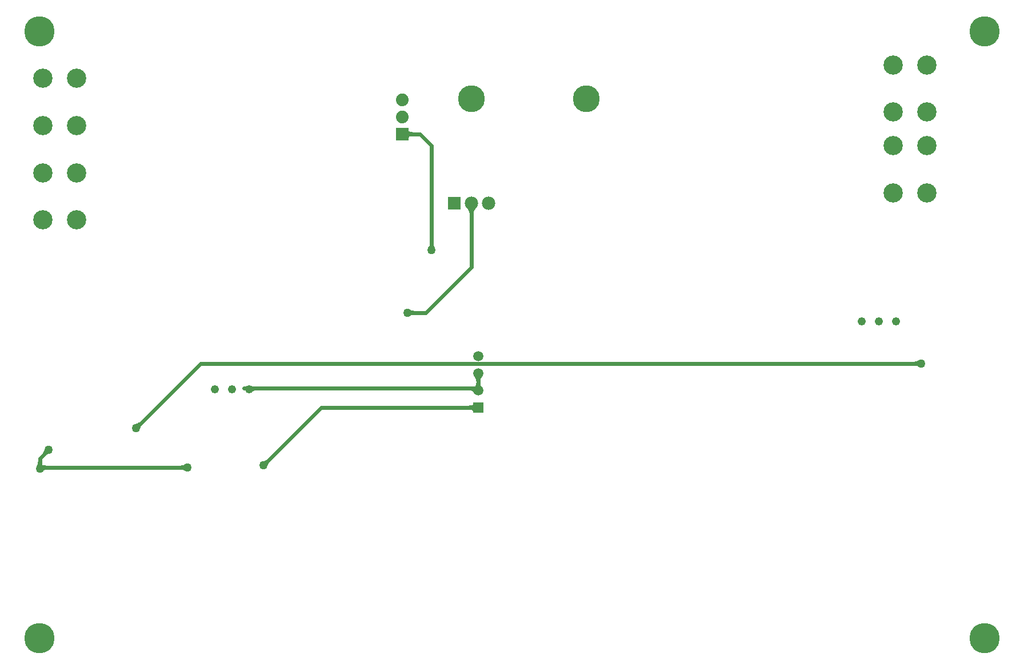
<source format=gbl>
G04 Layer_Physical_Order=2*
G04 Layer_Color=16711680*
%FSAX23Y23*%
%MOIN*%
G70*
G01*
G75*
%ADD23C,0.024*%
%ADD38C,0.048*%
%ADD39C,0.059*%
%ADD40R,0.059X0.059*%
%ADD41C,0.078*%
%ADD42R,0.078X0.078*%
%ADD43C,0.177*%
%ADD44R,0.074X0.074*%
%ADD45C,0.074*%
%ADD46C,0.157*%
%ADD47C,0.112*%
%ADD48C,0.050*%
G36*
X01804Y02446D02*
X01803Y02444D01*
X01799Y02440D01*
X01798Y02439D01*
X01797Y02437D01*
X01796Y02435D01*
X01796Y02433D01*
X01795Y02432D01*
X01795Y02430D01*
X01795Y02428D01*
X01770Y02453D01*
X01772Y02453D01*
X01773Y02454D01*
X01775Y02454D01*
X01777Y02455D01*
X01778Y02456D01*
X01780Y02457D01*
X01782Y02458D01*
X01784Y02459D01*
X01786Y02461D01*
X01788Y02463D01*
X01804Y02446D01*
D02*
G37*
G36*
X03737Y02523D02*
X03736Y02525D01*
X03736Y02527D01*
X03734Y02529D01*
X03733Y02531D01*
X03731Y02532D01*
X03728Y02533D01*
X03725Y02534D01*
X03721Y02534D01*
X03717Y02535D01*
X03713Y02535D01*
Y02559D01*
X03717Y02559D01*
X03721Y02559D01*
X03725Y02560D01*
X03728Y02560D01*
X03731Y02561D01*
X03733Y02563D01*
X03734Y02564D01*
X03736Y02566D01*
X03736Y02568D01*
X03737Y02570D01*
Y02523D01*
D02*
G37*
G36*
X03778Y02689D02*
X03778Y02686D01*
X03779Y02683D01*
X03779Y02681D01*
X03780Y02678D01*
X03781Y02676D01*
X03782Y02674D01*
X03783Y02672D01*
X03785Y02670D01*
X03787Y02668D01*
X03752D01*
X03738Y02636D01*
X03737Y02638D01*
X03736Y02640D01*
X03735Y02642D01*
X03733Y02643D01*
X03731Y02644D01*
X03729Y02645D01*
X03727Y02646D01*
X03724Y02646D01*
X03722Y02647D01*
X03719Y02647D01*
X03730Y02670D01*
X03733Y02670D01*
X03742Y02671D01*
X03744Y02671D01*
X03749Y02672D01*
X03749Y02672D01*
X03750Y02674D01*
X03751Y02676D01*
X03752Y02678D01*
X03753Y02681D01*
X03753Y02683D01*
X03754Y02686D01*
X03754Y02689D01*
X03754Y02692D01*
X03778D01*
X03778Y02689D01*
D02*
G37*
G36*
X01258Y02275D02*
X01256Y02275D01*
X01255Y02275D01*
X01253Y02274D01*
X01251Y02274D01*
X01249Y02273D01*
X01248Y02272D01*
X01246Y02271D01*
X01244Y02269D01*
X01242Y02268D01*
X01240Y02266D01*
X01223Y02282D01*
X01225Y02284D01*
X01228Y02288D01*
X01230Y02290D01*
X01231Y02292D01*
X01232Y02293D01*
X01232Y02295D01*
X01233Y02297D01*
X01233Y02298D01*
X01233Y02300D01*
X01258Y02275D01*
D02*
G37*
G36*
X01221Y02226D02*
X01221Y02222D01*
X01222Y02219D01*
X01222Y02217D01*
X01223Y02216D01*
X01223Y02214D01*
X01224Y02212D01*
X01225Y02212D01*
X01226Y02211D01*
X01227Y02211D01*
X01229Y02210D01*
X01231Y02210D01*
X01233Y02209D01*
X01237Y02209D01*
X01240Y02209D01*
X01242Y02209D01*
X01248Y02185D01*
X01245Y02185D01*
X01243Y02185D01*
X01240Y02185D01*
X01238Y02184D01*
X01236Y02183D01*
X01235Y02183D01*
X01233Y02182D01*
X01232Y02181D01*
X01231Y02180D01*
X01230Y02178D01*
X01223Y02210D01*
X01191D01*
X01192Y02211D01*
X01193Y02212D01*
X01194Y02214D01*
X01195Y02216D01*
X01196Y02217D01*
X01196Y02219D01*
X01196Y02222D01*
X01197Y02224D01*
X01197Y02226D01*
X01197Y02229D01*
X01221D01*
X01221Y02226D01*
D02*
G37*
G36*
X02052Y02179D02*
X02051Y02181D01*
X02050Y02181D01*
X02048Y02182D01*
X02046Y02183D01*
X02045Y02184D01*
X02043Y02184D01*
X02040Y02185D01*
X02038Y02185D01*
X02036Y02185D01*
X02033Y02185D01*
Y02209D01*
X02036Y02209D01*
X02040Y02209D01*
X02043Y02210D01*
X02045Y02210D01*
X02046Y02211D01*
X02048Y02212D01*
X02050Y02212D01*
X02051Y02213D01*
X02052Y02214D01*
Y02179D01*
D02*
G37*
G36*
X02548Y02228D02*
X02547Y02226D01*
X02544Y02222D01*
X02542Y02220D01*
X02541Y02218D01*
X02540Y02217D01*
X02540Y02215D01*
X02539Y02213D01*
X02539Y02212D01*
X02539Y02210D01*
X02514Y02235D01*
X02516Y02235D01*
X02517Y02235D01*
X02519Y02236D01*
X02521Y02236D01*
X02523Y02237D01*
X02524Y02238D01*
X02526Y02239D01*
X02528Y02241D01*
X02530Y02242D01*
X02532Y02244D01*
X02548Y02228D01*
D02*
G37*
G36*
X03506Y03500D02*
X03507Y03495D01*
X03507Y03493D01*
X03507Y03491D01*
X03508Y03489D01*
X03509Y03488D01*
X03510Y03486D01*
X03511Y03485D01*
X03512Y03483D01*
X03477D01*
X03478Y03485D01*
X03479Y03486D01*
X03480Y03488D01*
X03480Y03489D01*
X03481Y03491D01*
X03482Y03493D01*
X03482Y03495D01*
X03482Y03498D01*
X03482Y03500D01*
X03482Y03503D01*
X03506D01*
X03506Y03500D01*
D02*
G37*
G36*
X03751Y03710D02*
X03748Y03707D01*
X03746Y03704D01*
X03744Y03701D01*
X03742Y03698D01*
X03741Y03694D01*
X03740Y03691D01*
X03739Y03688D01*
X03739Y03684D01*
X03738Y03681D01*
X03715D01*
X03715Y03684D01*
X03714Y03688D01*
X03713Y03691D01*
X03712Y03694D01*
X03711Y03698D01*
X03709Y03701D01*
X03707Y03704D01*
X03705Y03707D01*
X03702Y03710D01*
X03699Y03713D01*
X03754D01*
X03751Y03710D01*
D02*
G37*
G36*
X03360Y04166D02*
X03361Y04164D01*
X03362Y04162D01*
X03363Y04161D01*
X03366Y04160D01*
X03368Y04158D01*
X03371Y04158D01*
X03375Y04157D01*
X03379Y04157D01*
X03383Y04157D01*
Y04133D01*
X03379Y04133D01*
X03375Y04132D01*
X03371Y04132D01*
X03368Y04131D01*
X03366Y04130D01*
X03363Y04129D01*
X03362Y04127D01*
X03361Y04125D01*
X03360Y04123D01*
X03360Y04121D01*
Y04168D01*
X03360Y04166D01*
D02*
G37*
G36*
X03372Y03118D02*
X03373Y03117D01*
X03374Y03116D01*
X03376Y03115D01*
X03378Y03115D01*
X03380Y03114D01*
X03382Y03114D01*
X03384Y03113D01*
X03387Y03113D01*
X03390Y03113D01*
Y03090D01*
X03387Y03090D01*
X03382Y03089D01*
X03380Y03089D01*
X03378Y03088D01*
X03376Y03088D01*
X03374Y03087D01*
X03373Y03086D01*
X03372Y03085D01*
X03370Y03084D01*
Y03119D01*
X03372Y03118D01*
D02*
G37*
G36*
X02446Y02673D02*
X02447Y02673D01*
X02449Y02672D01*
X02450Y02672D01*
X02452Y02671D01*
X02454Y02671D01*
X02458Y02670D01*
X02461Y02670D01*
X02463Y02670D01*
X02468Y02647D01*
X02465Y02647D01*
X02461Y02646D01*
X02459Y02646D01*
X02457Y02645D01*
X02455Y02645D01*
X02454Y02644D01*
X02453Y02643D01*
X02451Y02642D01*
X02450Y02641D01*
X02445Y02674D01*
X02446Y02673D01*
D02*
G37*
G36*
X03785Y02724D02*
X03783Y02722D01*
X03782Y02720D01*
X03781Y02718D01*
X03780Y02715D01*
X03779Y02713D01*
X03779Y02710D01*
X03778Y02708D01*
X03778Y02705D01*
X03778Y02702D01*
X03754D01*
X03754Y02705D01*
X03754Y02708D01*
X03753Y02710D01*
X03753Y02713D01*
X03752Y02715D01*
X03751Y02718D01*
X03750Y02720D01*
X03748Y02722D01*
X03747Y02724D01*
X03745Y02726D01*
X03787D01*
X03785Y02724D01*
D02*
G37*
G36*
X06331Y02787D02*
X06330Y02789D01*
X06328Y02790D01*
X06327Y02790D01*
X06325Y02791D01*
X06323Y02792D01*
X06321Y02792D01*
X06319Y02793D01*
X06317Y02793D01*
X06314Y02793D01*
X06312Y02793D01*
Y02817D01*
X06314Y02817D01*
X06319Y02817D01*
X06321Y02818D01*
X06323Y02818D01*
X06325Y02819D01*
X06327Y02820D01*
X06328Y02820D01*
X06330Y02821D01*
X06331Y02822D01*
Y02787D01*
D02*
G37*
G54D23*
X02399Y02659D02*
X03754D01*
X02147Y02805D02*
X06349D01*
X01770Y02428D02*
X02147Y02805D01*
X03754Y02659D02*
X03766Y02647D01*
X02851Y02547D02*
X03766D01*
X02514Y02210D02*
X02851Y02547D01*
X03727Y03367D02*
Y03741D01*
X03461Y03101D02*
X03727Y03367D01*
X03323Y04145D02*
X03425D01*
X03494Y04076D01*
Y03466D02*
Y04076D01*
X01209Y02251D02*
X01258Y02300D01*
X03766Y02647D02*
Y02747D01*
X01209Y02192D02*
Y02251D01*
Y02192D02*
X01214Y02197D01*
X02070D01*
X03353Y03101D02*
X03461D01*
G54D38*
X02431Y02655D02*
D03*
X02331D02*
D03*
X02231D02*
D03*
X06003Y03052D02*
D03*
X06103D02*
D03*
X06203D02*
D03*
G54D39*
X03766Y02847D02*
D03*
Y02747D02*
D03*
Y02647D02*
D03*
G54D40*
Y02547D02*
D03*
G54D41*
X03825Y03741D02*
D03*
X03727D02*
D03*
G54D42*
X03626D02*
D03*
G54D43*
X06719Y01202D02*
D03*
Y04745D02*
D03*
X01207Y01202D02*
D03*
Y04745D02*
D03*
G54D44*
X03323Y04145D02*
D03*
G54D45*
Y04245D02*
D03*
Y04345D02*
D03*
G54D46*
X04396Y04351D02*
D03*
X03727D02*
D03*
G54D47*
X01227Y03643D02*
D03*
X01423D02*
D03*
X01227Y03918D02*
D03*
X01423D02*
D03*
X01227Y04194D02*
D03*
X01423D02*
D03*
X01227Y04470D02*
D03*
X01423D02*
D03*
X06187Y04273D02*
D03*
X06384D02*
D03*
X06187Y04548D02*
D03*
X06384D02*
D03*
X06187Y03800D02*
D03*
X06384D02*
D03*
X06187Y04076D02*
D03*
X06384D02*
D03*
G54D48*
X06349Y02805D02*
D03*
X02514Y02210D02*
D03*
X03494Y03466D02*
D03*
X01258Y02300D02*
D03*
X01209Y02192D02*
D03*
X02070Y02197D02*
D03*
X01770Y02428D02*
D03*
X03353Y03101D02*
D03*
M02*

</source>
